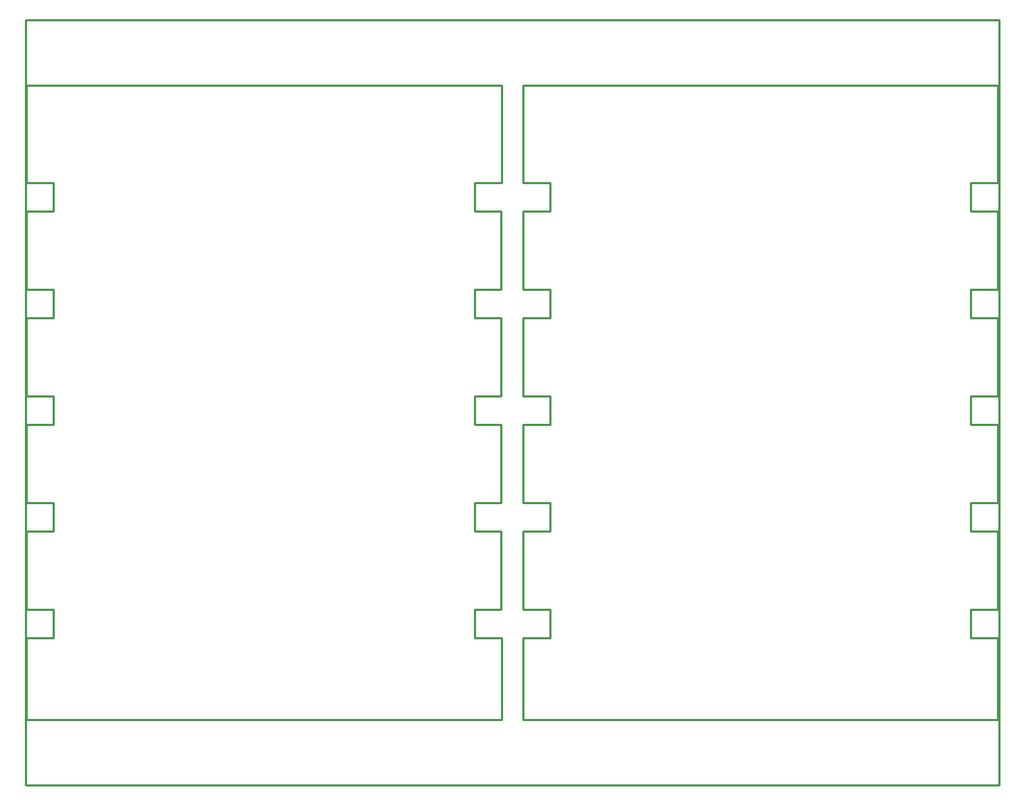
<source format=gko>
G04 Layer_Color=16711935*
%FSLAX24Y24*%
%MOIN*%
G70*
G01*
G75*
%ADD27C,0.0100*%
D27*
X0Y0D02*
Y35850D01*
Y0D02*
X45600D01*
Y35850D01*
X0D02*
X45600D01*
X50Y3050D02*
X22300D01*
X50Y32800D02*
X22300D01*
X50Y26881D02*
X1323D01*
Y28219D01*
X50D02*
X1323D01*
X50D02*
Y32800D01*
Y23219D02*
Y26881D01*
Y18219D02*
Y21881D01*
Y3050D02*
Y6881D01*
X21028Y16881D02*
X22288D01*
X21028D02*
Y18219D01*
X22288D01*
X21028Y23219D02*
X22288D01*
X21028Y21881D02*
Y23219D01*
Y21881D02*
X22288D01*
X63Y8219D02*
X1323D01*
Y6881D02*
Y8219D01*
X63Y6881D02*
X1323D01*
X63Y11881D02*
X1323D01*
Y13219D01*
X63D02*
X1323D01*
X63Y18219D02*
X1323D01*
Y16881D02*
Y18219D01*
X63Y16881D02*
X1323D01*
X63Y21881D02*
X1323D01*
Y23219D01*
X63D02*
X1323D01*
X63Y28219D02*
X1323D01*
Y26881D02*
Y28219D01*
X63Y26881D02*
X1323D01*
X21028Y28219D02*
X22288D01*
X21028Y26881D02*
Y28219D01*
Y26881D02*
X22288D01*
X21028Y11881D02*
X22288D01*
X21028D02*
Y13219D01*
X22288D01*
X21028Y8219D02*
X22288D01*
X21028Y6881D02*
Y8219D01*
Y6881D02*
X22288D01*
X50Y8219D02*
X63D01*
X50D02*
Y11881D01*
X63D01*
X22288Y18219D02*
Y21881D01*
X50Y23219D02*
X1323D01*
Y21881D02*
Y23219D01*
X63Y21881D02*
X1323D01*
X63Y18219D02*
X1323D01*
Y16881D02*
Y18219D01*
Y11881D02*
Y13219D01*
X50Y13232D02*
Y16881D01*
Y13232D02*
X63Y13219D01*
X1323D01*
X63Y8219D02*
X1323D01*
Y6881D02*
Y8219D01*
X21028Y16881D02*
X22288D01*
X21028D02*
Y18219D01*
Y21881D02*
X22288D01*
X21028D02*
Y23219D01*
X50Y16881D02*
X1323D01*
X50Y11881D02*
X1323D01*
X50Y6881D02*
X1323D01*
X21028Y18219D02*
X22288D01*
X21028Y23219D02*
X22288D01*
X21028Y11881D02*
X22288D01*
X21028D02*
Y13219D01*
X22288D02*
Y16881D01*
X21028Y13219D02*
X22288D01*
X22300Y3050D02*
Y6881D01*
X21028D02*
X22288D01*
X21028D02*
Y8219D01*
X22288D01*
Y11881D01*
X22300Y28219D02*
Y32800D01*
X21028Y28219D02*
X22300D01*
X21028Y26881D02*
Y28219D01*
Y26881D02*
X22288D01*
Y23219D02*
Y26881D01*
X23300Y3050D02*
X45550D01*
X23300Y32800D02*
X45550D01*
X23300Y26881D02*
X24573D01*
Y28219D01*
X23300D02*
X24573D01*
X23300D02*
Y32800D01*
Y23219D02*
Y26881D01*
Y18219D02*
Y21881D01*
Y3050D02*
Y6881D01*
X44278Y16881D02*
X45538D01*
X44278D02*
Y18219D01*
X45538D01*
X44278Y23219D02*
X45538D01*
X44278Y21881D02*
Y23219D01*
Y21881D02*
X45538D01*
X23313Y8219D02*
X24573D01*
Y6881D02*
Y8219D01*
X23313Y6881D02*
X24573D01*
X23313Y11881D02*
X24573D01*
Y13219D01*
X23313D02*
X24573D01*
X23313Y18219D02*
X24573D01*
Y16881D02*
Y18219D01*
X23313Y16881D02*
X24573D01*
X23313Y21881D02*
X24573D01*
Y23219D01*
X23313D02*
X24573D01*
X23313Y28219D02*
X24573D01*
Y26881D02*
Y28219D01*
X23313Y26881D02*
X24573D01*
X44278Y28219D02*
X45538D01*
X44278Y26881D02*
Y28219D01*
Y26881D02*
X45538D01*
X44278Y11881D02*
X45538D01*
X44278D02*
Y13219D01*
X45538D01*
X44278Y8219D02*
X45538D01*
X44278Y6881D02*
Y8219D01*
Y6881D02*
X45538D01*
X23300Y8219D02*
X23313D01*
X23300D02*
Y11881D01*
X23313D01*
X45538Y18219D02*
Y21881D01*
X23300Y23219D02*
X24573D01*
Y21881D02*
Y23219D01*
X23313Y21881D02*
X24573D01*
X23313Y18219D02*
X24573D01*
Y16881D02*
Y18219D01*
Y11881D02*
Y13219D01*
X23300Y13232D02*
Y16881D01*
Y13232D02*
X23313Y13219D01*
X24573D01*
X23313Y8219D02*
X24573D01*
Y6881D02*
Y8219D01*
X44278Y16881D02*
X45538D01*
X44278D02*
Y18219D01*
Y21881D02*
X45538D01*
X44278D02*
Y23219D01*
X23300Y16881D02*
X24573D01*
X23300Y11881D02*
X24573D01*
X23300Y6881D02*
X24573D01*
X44278Y18219D02*
X45538D01*
X44278Y23219D02*
X45538D01*
X44278Y11881D02*
X45538D01*
X44278D02*
Y13219D01*
X45538D02*
Y16881D01*
X44278Y13219D02*
X45538D01*
X45550Y3050D02*
Y6881D01*
X44278D02*
X45538D01*
X44278D02*
Y8219D01*
X45538D01*
Y11881D01*
X45550Y28219D02*
Y32800D01*
X44278Y28219D02*
X45550D01*
X44278Y26881D02*
Y28219D01*
Y26881D02*
X45538D01*
Y23219D02*
Y26881D01*
M02*

</source>
